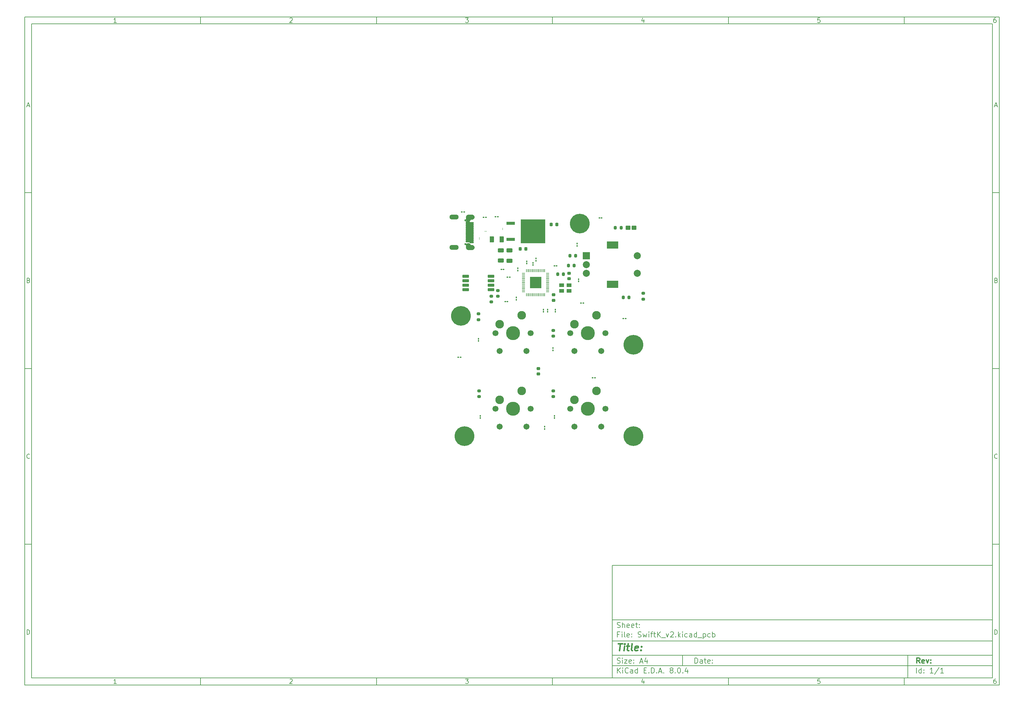
<source format=gbr>
%TF.GenerationSoftware,KiCad,Pcbnew,8.0.4*%
%TF.CreationDate,2024-11-11T17:23:57+08:00*%
%TF.ProjectId,SwiftK_v2,53776966-744b-45f7-9632-2e6b69636164,rev?*%
%TF.SameCoordinates,Original*%
%TF.FileFunction,Soldermask,Top*%
%TF.FilePolarity,Negative*%
%FSLAX46Y46*%
G04 Gerber Fmt 4.6, Leading zero omitted, Abs format (unit mm)*
G04 Created by KiCad (PCBNEW 8.0.4) date 2024-11-11 17:23:57*
%MOMM*%
%LPD*%
G01*
G04 APERTURE LIST*
G04 Aperture macros list*
%AMRoundRect*
0 Rectangle with rounded corners*
0 $1 Rounding radius*
0 $2 $3 $4 $5 $6 $7 $8 $9 X,Y pos of 4 corners*
0 Add a 4 corners polygon primitive as box body*
4,1,4,$2,$3,$4,$5,$6,$7,$8,$9,$2,$3,0*
0 Add four circle primitives for the rounded corners*
1,1,$1+$1,$2,$3*
1,1,$1+$1,$4,$5*
1,1,$1+$1,$6,$7*
1,1,$1+$1,$8,$9*
0 Add four rect primitives between the rounded corners*
20,1,$1+$1,$2,$3,$4,$5,0*
20,1,$1+$1,$4,$5,$6,$7,0*
20,1,$1+$1,$6,$7,$8,$9,0*
20,1,$1+$1,$8,$9,$2,$3,0*%
G04 Aperture macros list end*
%ADD10C,0.100000*%
%ADD11C,0.150000*%
%ADD12C,0.300000*%
%ADD13C,0.400000*%
%ADD14C,0.010000*%
%ADD15RoundRect,0.225000X-0.225000X-0.250000X0.225000X-0.250000X0.225000X0.250000X-0.225000X0.250000X0*%
%ADD16RoundRect,0.200000X0.200000X0.275000X-0.200000X0.275000X-0.200000X-0.275000X0.200000X-0.275000X0*%
%ADD17C,1.700000*%
%ADD18C,3.987800*%
%ADD19C,1.712000*%
%ADD20C,2.454000*%
%ADD21RoundRect,0.100000X-0.130000X-0.100000X0.130000X-0.100000X0.130000X0.100000X-0.130000X0.100000X0*%
%ADD22RoundRect,0.100000X0.130000X0.100000X-0.130000X0.100000X-0.130000X-0.100000X0.130000X-0.100000X0*%
%ADD23R,0.127000X0.228600*%
%ADD24RoundRect,0.050000X0.050000X-0.387500X0.050000X0.387500X-0.050000X0.387500X-0.050000X-0.387500X0*%
%ADD25RoundRect,0.050000X0.387500X-0.050000X0.387500X0.050000X-0.387500X0.050000X-0.387500X-0.050000X0*%
%ADD26R,3.200000X3.200000*%
%ADD27RoundRect,0.200000X0.275000X-0.200000X0.275000X0.200000X-0.275000X0.200000X-0.275000X-0.200000X0*%
%ADD28RoundRect,0.225000X0.225000X0.250000X-0.225000X0.250000X-0.225000X-0.250000X0.225000X-0.250000X0*%
%ADD29C,5.600000*%
%ADD30RoundRect,0.200000X-0.275000X0.200000X-0.275000X-0.200000X0.275000X-0.200000X0.275000X0.200000X0*%
%ADD31RoundRect,0.100000X-0.100000X0.130000X-0.100000X-0.130000X0.100000X-0.130000X0.100000X0.130000X0*%
%ADD32R,0.228600X0.127000*%
%ADD33RoundRect,0.100000X0.100000X-0.130000X0.100000X0.130000X-0.100000X0.130000X-0.100000X-0.130000X0*%
%ADD34RoundRect,0.098000X0.809000X0.294000X-0.809000X0.294000X-0.809000X-0.294000X0.809000X-0.294000X0*%
%ADD35R,1.400000X1.100000*%
%ADD36RoundRect,0.250000X-0.625000X0.312500X-0.625000X-0.312500X0.625000X-0.312500X0.625000X0.312500X0*%
%ADD37RoundRect,0.200000X-0.200000X-0.275000X0.200000X-0.275000X0.200000X0.275000X-0.200000X0.275000X0*%
%ADD38RoundRect,0.102000X0.550000X0.500000X-0.550000X0.500000X-0.550000X-0.500000X0.550000X-0.500000X0*%
%ADD39R,2.489200X0.939800*%
%ADD40R,6.934200X6.781800*%
%ADD41RoundRect,0.250000X-0.375000X-0.625000X0.375000X-0.625000X0.375000X0.625000X-0.375000X0.625000X0*%
%ADD42RoundRect,0.225000X0.250000X-0.225000X0.250000X0.225000X-0.250000X0.225000X-0.250000X-0.225000X0*%
%ADD43R,2.000000X2.000000*%
%ADD44C,2.000000*%
%ADD45R,3.200000X2.000000*%
%ADD46C,0.550000*%
%ADD47RoundRect,0.102000X-0.475000X0.150000X-0.475000X-0.150000X0.475000X-0.150000X0.475000X0.150000X0*%
%ADD48O,2.644000X1.344000*%
%ADD49RoundRect,0.225000X-0.250000X0.225000X-0.250000X-0.225000X0.250000X-0.225000X0.250000X0.225000X0*%
G04 APERTURE END LIST*
D10*
D11*
X177002200Y-166007200D02*
X285002200Y-166007200D01*
X285002200Y-198007200D01*
X177002200Y-198007200D01*
X177002200Y-166007200D01*
D10*
D11*
X10000000Y-10000000D02*
X287002200Y-10000000D01*
X287002200Y-200007200D01*
X10000000Y-200007200D01*
X10000000Y-10000000D01*
D10*
D11*
X12000000Y-12000000D02*
X285002200Y-12000000D01*
X285002200Y-198007200D01*
X12000000Y-198007200D01*
X12000000Y-12000000D01*
D10*
D11*
X60000000Y-12000000D02*
X60000000Y-10000000D01*
D10*
D11*
X110000000Y-12000000D02*
X110000000Y-10000000D01*
D10*
D11*
X160000000Y-12000000D02*
X160000000Y-10000000D01*
D10*
D11*
X210000000Y-12000000D02*
X210000000Y-10000000D01*
D10*
D11*
X260000000Y-12000000D02*
X260000000Y-10000000D01*
D10*
D11*
X36089160Y-11593604D02*
X35346303Y-11593604D01*
X35717731Y-11593604D02*
X35717731Y-10293604D01*
X35717731Y-10293604D02*
X35593922Y-10479319D01*
X35593922Y-10479319D02*
X35470112Y-10603128D01*
X35470112Y-10603128D02*
X35346303Y-10665033D01*
D10*
D11*
X85346303Y-10417414D02*
X85408207Y-10355509D01*
X85408207Y-10355509D02*
X85532017Y-10293604D01*
X85532017Y-10293604D02*
X85841541Y-10293604D01*
X85841541Y-10293604D02*
X85965350Y-10355509D01*
X85965350Y-10355509D02*
X86027255Y-10417414D01*
X86027255Y-10417414D02*
X86089160Y-10541223D01*
X86089160Y-10541223D02*
X86089160Y-10665033D01*
X86089160Y-10665033D02*
X86027255Y-10850747D01*
X86027255Y-10850747D02*
X85284398Y-11593604D01*
X85284398Y-11593604D02*
X86089160Y-11593604D01*
D10*
D11*
X135284398Y-10293604D02*
X136089160Y-10293604D01*
X136089160Y-10293604D02*
X135655826Y-10788842D01*
X135655826Y-10788842D02*
X135841541Y-10788842D01*
X135841541Y-10788842D02*
X135965350Y-10850747D01*
X135965350Y-10850747D02*
X136027255Y-10912652D01*
X136027255Y-10912652D02*
X136089160Y-11036461D01*
X136089160Y-11036461D02*
X136089160Y-11345985D01*
X136089160Y-11345985D02*
X136027255Y-11469795D01*
X136027255Y-11469795D02*
X135965350Y-11531700D01*
X135965350Y-11531700D02*
X135841541Y-11593604D01*
X135841541Y-11593604D02*
X135470112Y-11593604D01*
X135470112Y-11593604D02*
X135346303Y-11531700D01*
X135346303Y-11531700D02*
X135284398Y-11469795D01*
D10*
D11*
X185965350Y-10726938D02*
X185965350Y-11593604D01*
X185655826Y-10231700D02*
X185346303Y-11160271D01*
X185346303Y-11160271D02*
X186151064Y-11160271D01*
D10*
D11*
X236027255Y-10293604D02*
X235408207Y-10293604D01*
X235408207Y-10293604D02*
X235346303Y-10912652D01*
X235346303Y-10912652D02*
X235408207Y-10850747D01*
X235408207Y-10850747D02*
X235532017Y-10788842D01*
X235532017Y-10788842D02*
X235841541Y-10788842D01*
X235841541Y-10788842D02*
X235965350Y-10850747D01*
X235965350Y-10850747D02*
X236027255Y-10912652D01*
X236027255Y-10912652D02*
X236089160Y-11036461D01*
X236089160Y-11036461D02*
X236089160Y-11345985D01*
X236089160Y-11345985D02*
X236027255Y-11469795D01*
X236027255Y-11469795D02*
X235965350Y-11531700D01*
X235965350Y-11531700D02*
X235841541Y-11593604D01*
X235841541Y-11593604D02*
X235532017Y-11593604D01*
X235532017Y-11593604D02*
X235408207Y-11531700D01*
X235408207Y-11531700D02*
X235346303Y-11469795D01*
D10*
D11*
X285965350Y-10293604D02*
X285717731Y-10293604D01*
X285717731Y-10293604D02*
X285593922Y-10355509D01*
X285593922Y-10355509D02*
X285532017Y-10417414D01*
X285532017Y-10417414D02*
X285408207Y-10603128D01*
X285408207Y-10603128D02*
X285346303Y-10850747D01*
X285346303Y-10850747D02*
X285346303Y-11345985D01*
X285346303Y-11345985D02*
X285408207Y-11469795D01*
X285408207Y-11469795D02*
X285470112Y-11531700D01*
X285470112Y-11531700D02*
X285593922Y-11593604D01*
X285593922Y-11593604D02*
X285841541Y-11593604D01*
X285841541Y-11593604D02*
X285965350Y-11531700D01*
X285965350Y-11531700D02*
X286027255Y-11469795D01*
X286027255Y-11469795D02*
X286089160Y-11345985D01*
X286089160Y-11345985D02*
X286089160Y-11036461D01*
X286089160Y-11036461D02*
X286027255Y-10912652D01*
X286027255Y-10912652D02*
X285965350Y-10850747D01*
X285965350Y-10850747D02*
X285841541Y-10788842D01*
X285841541Y-10788842D02*
X285593922Y-10788842D01*
X285593922Y-10788842D02*
X285470112Y-10850747D01*
X285470112Y-10850747D02*
X285408207Y-10912652D01*
X285408207Y-10912652D02*
X285346303Y-11036461D01*
D10*
D11*
X60000000Y-198007200D02*
X60000000Y-200007200D01*
D10*
D11*
X110000000Y-198007200D02*
X110000000Y-200007200D01*
D10*
D11*
X160000000Y-198007200D02*
X160000000Y-200007200D01*
D10*
D11*
X210000000Y-198007200D02*
X210000000Y-200007200D01*
D10*
D11*
X260000000Y-198007200D02*
X260000000Y-200007200D01*
D10*
D11*
X36089160Y-199600804D02*
X35346303Y-199600804D01*
X35717731Y-199600804D02*
X35717731Y-198300804D01*
X35717731Y-198300804D02*
X35593922Y-198486519D01*
X35593922Y-198486519D02*
X35470112Y-198610328D01*
X35470112Y-198610328D02*
X35346303Y-198672233D01*
D10*
D11*
X85346303Y-198424614D02*
X85408207Y-198362709D01*
X85408207Y-198362709D02*
X85532017Y-198300804D01*
X85532017Y-198300804D02*
X85841541Y-198300804D01*
X85841541Y-198300804D02*
X85965350Y-198362709D01*
X85965350Y-198362709D02*
X86027255Y-198424614D01*
X86027255Y-198424614D02*
X86089160Y-198548423D01*
X86089160Y-198548423D02*
X86089160Y-198672233D01*
X86089160Y-198672233D02*
X86027255Y-198857947D01*
X86027255Y-198857947D02*
X85284398Y-199600804D01*
X85284398Y-199600804D02*
X86089160Y-199600804D01*
D10*
D11*
X135284398Y-198300804D02*
X136089160Y-198300804D01*
X136089160Y-198300804D02*
X135655826Y-198796042D01*
X135655826Y-198796042D02*
X135841541Y-198796042D01*
X135841541Y-198796042D02*
X135965350Y-198857947D01*
X135965350Y-198857947D02*
X136027255Y-198919852D01*
X136027255Y-198919852D02*
X136089160Y-199043661D01*
X136089160Y-199043661D02*
X136089160Y-199353185D01*
X136089160Y-199353185D02*
X136027255Y-199476995D01*
X136027255Y-199476995D02*
X135965350Y-199538900D01*
X135965350Y-199538900D02*
X135841541Y-199600804D01*
X135841541Y-199600804D02*
X135470112Y-199600804D01*
X135470112Y-199600804D02*
X135346303Y-199538900D01*
X135346303Y-199538900D02*
X135284398Y-199476995D01*
D10*
D11*
X185965350Y-198734138D02*
X185965350Y-199600804D01*
X185655826Y-198238900D02*
X185346303Y-199167471D01*
X185346303Y-199167471D02*
X186151064Y-199167471D01*
D10*
D11*
X236027255Y-198300804D02*
X235408207Y-198300804D01*
X235408207Y-198300804D02*
X235346303Y-198919852D01*
X235346303Y-198919852D02*
X235408207Y-198857947D01*
X235408207Y-198857947D02*
X235532017Y-198796042D01*
X235532017Y-198796042D02*
X235841541Y-198796042D01*
X235841541Y-198796042D02*
X235965350Y-198857947D01*
X235965350Y-198857947D02*
X236027255Y-198919852D01*
X236027255Y-198919852D02*
X236089160Y-199043661D01*
X236089160Y-199043661D02*
X236089160Y-199353185D01*
X236089160Y-199353185D02*
X236027255Y-199476995D01*
X236027255Y-199476995D02*
X235965350Y-199538900D01*
X235965350Y-199538900D02*
X235841541Y-199600804D01*
X235841541Y-199600804D02*
X235532017Y-199600804D01*
X235532017Y-199600804D02*
X235408207Y-199538900D01*
X235408207Y-199538900D02*
X235346303Y-199476995D01*
D10*
D11*
X285965350Y-198300804D02*
X285717731Y-198300804D01*
X285717731Y-198300804D02*
X285593922Y-198362709D01*
X285593922Y-198362709D02*
X285532017Y-198424614D01*
X285532017Y-198424614D02*
X285408207Y-198610328D01*
X285408207Y-198610328D02*
X285346303Y-198857947D01*
X285346303Y-198857947D02*
X285346303Y-199353185D01*
X285346303Y-199353185D02*
X285408207Y-199476995D01*
X285408207Y-199476995D02*
X285470112Y-199538900D01*
X285470112Y-199538900D02*
X285593922Y-199600804D01*
X285593922Y-199600804D02*
X285841541Y-199600804D01*
X285841541Y-199600804D02*
X285965350Y-199538900D01*
X285965350Y-199538900D02*
X286027255Y-199476995D01*
X286027255Y-199476995D02*
X286089160Y-199353185D01*
X286089160Y-199353185D02*
X286089160Y-199043661D01*
X286089160Y-199043661D02*
X286027255Y-198919852D01*
X286027255Y-198919852D02*
X285965350Y-198857947D01*
X285965350Y-198857947D02*
X285841541Y-198796042D01*
X285841541Y-198796042D02*
X285593922Y-198796042D01*
X285593922Y-198796042D02*
X285470112Y-198857947D01*
X285470112Y-198857947D02*
X285408207Y-198919852D01*
X285408207Y-198919852D02*
X285346303Y-199043661D01*
D10*
D11*
X10000000Y-60000000D02*
X12000000Y-60000000D01*
D10*
D11*
X10000000Y-110000000D02*
X12000000Y-110000000D01*
D10*
D11*
X10000000Y-160000000D02*
X12000000Y-160000000D01*
D10*
D11*
X10690476Y-35222176D02*
X11309523Y-35222176D01*
X10566666Y-35593604D02*
X10999999Y-34293604D01*
X10999999Y-34293604D02*
X11433333Y-35593604D01*
D10*
D11*
X11092857Y-84912652D02*
X11278571Y-84974557D01*
X11278571Y-84974557D02*
X11340476Y-85036461D01*
X11340476Y-85036461D02*
X11402380Y-85160271D01*
X11402380Y-85160271D02*
X11402380Y-85345985D01*
X11402380Y-85345985D02*
X11340476Y-85469795D01*
X11340476Y-85469795D02*
X11278571Y-85531700D01*
X11278571Y-85531700D02*
X11154761Y-85593604D01*
X11154761Y-85593604D02*
X10659523Y-85593604D01*
X10659523Y-85593604D02*
X10659523Y-84293604D01*
X10659523Y-84293604D02*
X11092857Y-84293604D01*
X11092857Y-84293604D02*
X11216666Y-84355509D01*
X11216666Y-84355509D02*
X11278571Y-84417414D01*
X11278571Y-84417414D02*
X11340476Y-84541223D01*
X11340476Y-84541223D02*
X11340476Y-84665033D01*
X11340476Y-84665033D02*
X11278571Y-84788842D01*
X11278571Y-84788842D02*
X11216666Y-84850747D01*
X11216666Y-84850747D02*
X11092857Y-84912652D01*
X11092857Y-84912652D02*
X10659523Y-84912652D01*
D10*
D11*
X11402380Y-135469795D02*
X11340476Y-135531700D01*
X11340476Y-135531700D02*
X11154761Y-135593604D01*
X11154761Y-135593604D02*
X11030952Y-135593604D01*
X11030952Y-135593604D02*
X10845238Y-135531700D01*
X10845238Y-135531700D02*
X10721428Y-135407890D01*
X10721428Y-135407890D02*
X10659523Y-135284080D01*
X10659523Y-135284080D02*
X10597619Y-135036461D01*
X10597619Y-135036461D02*
X10597619Y-134850747D01*
X10597619Y-134850747D02*
X10659523Y-134603128D01*
X10659523Y-134603128D02*
X10721428Y-134479319D01*
X10721428Y-134479319D02*
X10845238Y-134355509D01*
X10845238Y-134355509D02*
X11030952Y-134293604D01*
X11030952Y-134293604D02*
X11154761Y-134293604D01*
X11154761Y-134293604D02*
X11340476Y-134355509D01*
X11340476Y-134355509D02*
X11402380Y-134417414D01*
D10*
D11*
X10659523Y-185593604D02*
X10659523Y-184293604D01*
X10659523Y-184293604D02*
X10969047Y-184293604D01*
X10969047Y-184293604D02*
X11154761Y-184355509D01*
X11154761Y-184355509D02*
X11278571Y-184479319D01*
X11278571Y-184479319D02*
X11340476Y-184603128D01*
X11340476Y-184603128D02*
X11402380Y-184850747D01*
X11402380Y-184850747D02*
X11402380Y-185036461D01*
X11402380Y-185036461D02*
X11340476Y-185284080D01*
X11340476Y-185284080D02*
X11278571Y-185407890D01*
X11278571Y-185407890D02*
X11154761Y-185531700D01*
X11154761Y-185531700D02*
X10969047Y-185593604D01*
X10969047Y-185593604D02*
X10659523Y-185593604D01*
D10*
D11*
X287002200Y-60000000D02*
X285002200Y-60000000D01*
D10*
D11*
X287002200Y-110000000D02*
X285002200Y-110000000D01*
D10*
D11*
X287002200Y-160000000D02*
X285002200Y-160000000D01*
D10*
D11*
X285692676Y-35222176D02*
X286311723Y-35222176D01*
X285568866Y-35593604D02*
X286002199Y-34293604D01*
X286002199Y-34293604D02*
X286435533Y-35593604D01*
D10*
D11*
X286095057Y-84912652D02*
X286280771Y-84974557D01*
X286280771Y-84974557D02*
X286342676Y-85036461D01*
X286342676Y-85036461D02*
X286404580Y-85160271D01*
X286404580Y-85160271D02*
X286404580Y-85345985D01*
X286404580Y-85345985D02*
X286342676Y-85469795D01*
X286342676Y-85469795D02*
X286280771Y-85531700D01*
X286280771Y-85531700D02*
X286156961Y-85593604D01*
X286156961Y-85593604D02*
X285661723Y-85593604D01*
X285661723Y-85593604D02*
X285661723Y-84293604D01*
X285661723Y-84293604D02*
X286095057Y-84293604D01*
X286095057Y-84293604D02*
X286218866Y-84355509D01*
X286218866Y-84355509D02*
X286280771Y-84417414D01*
X286280771Y-84417414D02*
X286342676Y-84541223D01*
X286342676Y-84541223D02*
X286342676Y-84665033D01*
X286342676Y-84665033D02*
X286280771Y-84788842D01*
X286280771Y-84788842D02*
X286218866Y-84850747D01*
X286218866Y-84850747D02*
X286095057Y-84912652D01*
X286095057Y-84912652D02*
X285661723Y-84912652D01*
D10*
D11*
X286404580Y-135469795D02*
X286342676Y-135531700D01*
X286342676Y-135531700D02*
X286156961Y-135593604D01*
X286156961Y-135593604D02*
X286033152Y-135593604D01*
X286033152Y-135593604D02*
X285847438Y-135531700D01*
X285847438Y-135531700D02*
X285723628Y-135407890D01*
X285723628Y-135407890D02*
X285661723Y-135284080D01*
X285661723Y-135284080D02*
X285599819Y-135036461D01*
X285599819Y-135036461D02*
X285599819Y-134850747D01*
X285599819Y-134850747D02*
X285661723Y-134603128D01*
X285661723Y-134603128D02*
X285723628Y-134479319D01*
X285723628Y-134479319D02*
X285847438Y-134355509D01*
X285847438Y-134355509D02*
X286033152Y-134293604D01*
X286033152Y-134293604D02*
X286156961Y-134293604D01*
X286156961Y-134293604D02*
X286342676Y-134355509D01*
X286342676Y-134355509D02*
X286404580Y-134417414D01*
D10*
D11*
X285661723Y-185593604D02*
X285661723Y-184293604D01*
X285661723Y-184293604D02*
X285971247Y-184293604D01*
X285971247Y-184293604D02*
X286156961Y-184355509D01*
X286156961Y-184355509D02*
X286280771Y-184479319D01*
X286280771Y-184479319D02*
X286342676Y-184603128D01*
X286342676Y-184603128D02*
X286404580Y-184850747D01*
X286404580Y-184850747D02*
X286404580Y-185036461D01*
X286404580Y-185036461D02*
X286342676Y-185284080D01*
X286342676Y-185284080D02*
X286280771Y-185407890D01*
X286280771Y-185407890D02*
X286156961Y-185531700D01*
X286156961Y-185531700D02*
X285971247Y-185593604D01*
X285971247Y-185593604D02*
X285661723Y-185593604D01*
D10*
D11*
X200458026Y-193793328D02*
X200458026Y-192293328D01*
X200458026Y-192293328D02*
X200815169Y-192293328D01*
X200815169Y-192293328D02*
X201029455Y-192364757D01*
X201029455Y-192364757D02*
X201172312Y-192507614D01*
X201172312Y-192507614D02*
X201243741Y-192650471D01*
X201243741Y-192650471D02*
X201315169Y-192936185D01*
X201315169Y-192936185D02*
X201315169Y-193150471D01*
X201315169Y-193150471D02*
X201243741Y-193436185D01*
X201243741Y-193436185D02*
X201172312Y-193579042D01*
X201172312Y-193579042D02*
X201029455Y-193721900D01*
X201029455Y-193721900D02*
X200815169Y-193793328D01*
X200815169Y-193793328D02*
X200458026Y-193793328D01*
X202600884Y-193793328D02*
X202600884Y-193007614D01*
X202600884Y-193007614D02*
X202529455Y-192864757D01*
X202529455Y-192864757D02*
X202386598Y-192793328D01*
X202386598Y-192793328D02*
X202100884Y-192793328D01*
X202100884Y-192793328D02*
X201958026Y-192864757D01*
X202600884Y-193721900D02*
X202458026Y-193793328D01*
X202458026Y-193793328D02*
X202100884Y-193793328D01*
X202100884Y-193793328D02*
X201958026Y-193721900D01*
X201958026Y-193721900D02*
X201886598Y-193579042D01*
X201886598Y-193579042D02*
X201886598Y-193436185D01*
X201886598Y-193436185D02*
X201958026Y-193293328D01*
X201958026Y-193293328D02*
X202100884Y-193221900D01*
X202100884Y-193221900D02*
X202458026Y-193221900D01*
X202458026Y-193221900D02*
X202600884Y-193150471D01*
X203100884Y-192793328D02*
X203672312Y-192793328D01*
X203315169Y-192293328D02*
X203315169Y-193579042D01*
X203315169Y-193579042D02*
X203386598Y-193721900D01*
X203386598Y-193721900D02*
X203529455Y-193793328D01*
X203529455Y-193793328D02*
X203672312Y-193793328D01*
X204743741Y-193721900D02*
X204600884Y-193793328D01*
X204600884Y-193793328D02*
X204315170Y-193793328D01*
X204315170Y-193793328D02*
X204172312Y-193721900D01*
X204172312Y-193721900D02*
X204100884Y-193579042D01*
X204100884Y-193579042D02*
X204100884Y-193007614D01*
X204100884Y-193007614D02*
X204172312Y-192864757D01*
X204172312Y-192864757D02*
X204315170Y-192793328D01*
X204315170Y-192793328D02*
X204600884Y-192793328D01*
X204600884Y-192793328D02*
X204743741Y-192864757D01*
X204743741Y-192864757D02*
X204815170Y-193007614D01*
X204815170Y-193007614D02*
X204815170Y-193150471D01*
X204815170Y-193150471D02*
X204100884Y-193293328D01*
X205458026Y-193650471D02*
X205529455Y-193721900D01*
X205529455Y-193721900D02*
X205458026Y-193793328D01*
X205458026Y-193793328D02*
X205386598Y-193721900D01*
X205386598Y-193721900D02*
X205458026Y-193650471D01*
X205458026Y-193650471D02*
X205458026Y-193793328D01*
X205458026Y-192864757D02*
X205529455Y-192936185D01*
X205529455Y-192936185D02*
X205458026Y-193007614D01*
X205458026Y-193007614D02*
X205386598Y-192936185D01*
X205386598Y-192936185D02*
X205458026Y-192864757D01*
X205458026Y-192864757D02*
X205458026Y-193007614D01*
D10*
D11*
X177002200Y-194507200D02*
X285002200Y-194507200D01*
D10*
D11*
X178458026Y-196593328D02*
X178458026Y-195093328D01*
X179315169Y-196593328D02*
X178672312Y-195736185D01*
X179315169Y-195093328D02*
X178458026Y-195950471D01*
X179958026Y-196593328D02*
X179958026Y-195593328D01*
X179958026Y-195093328D02*
X179886598Y-195164757D01*
X179886598Y-195164757D02*
X179958026Y-195236185D01*
X179958026Y-195236185D02*
X180029455Y-195164757D01*
X180029455Y-195164757D02*
X179958026Y-195093328D01*
X179958026Y-195093328D02*
X179958026Y-195236185D01*
X181529455Y-196450471D02*
X181458027Y-196521900D01*
X181458027Y-196521900D02*
X181243741Y-196593328D01*
X181243741Y-196593328D02*
X181100884Y-196593328D01*
X181100884Y-196593328D02*
X180886598Y-196521900D01*
X180886598Y-196521900D02*
X180743741Y-196379042D01*
X180743741Y-196379042D02*
X180672312Y-196236185D01*
X180672312Y-196236185D02*
X180600884Y-195950471D01*
X180600884Y-195950471D02*
X180600884Y-195736185D01*
X180600884Y-195736185D02*
X180672312Y-195450471D01*
X180672312Y-195450471D02*
X180743741Y-195307614D01*
X180743741Y-195307614D02*
X180886598Y-195164757D01*
X180886598Y-195164757D02*
X181100884Y-195093328D01*
X181100884Y-195093328D02*
X181243741Y-195093328D01*
X181243741Y-195093328D02*
X181458027Y-195164757D01*
X181458027Y-195164757D02*
X181529455Y-195236185D01*
X182815170Y-196593328D02*
X182815170Y-195807614D01*
X182815170Y-195807614D02*
X182743741Y-195664757D01*
X182743741Y-195664757D02*
X182600884Y-195593328D01*
X182600884Y-195593328D02*
X182315170Y-195593328D01*
X182315170Y-195593328D02*
X182172312Y-195664757D01*
X182815170Y-196521900D02*
X182672312Y-196593328D01*
X182672312Y-196593328D02*
X182315170Y-196593328D01*
X182315170Y-196593328D02*
X182172312Y-196521900D01*
X182172312Y-196521900D02*
X182100884Y-196379042D01*
X182100884Y-196379042D02*
X182100884Y-196236185D01*
X182100884Y-196236185D02*
X182172312Y-196093328D01*
X182172312Y-196093328D02*
X182315170Y-196021900D01*
X182315170Y-196021900D02*
X182672312Y-196021900D01*
X182672312Y-196021900D02*
X182815170Y-195950471D01*
X184172313Y-196593328D02*
X184172313Y-195093328D01*
X184172313Y-196521900D02*
X184029455Y-196593328D01*
X184029455Y-196593328D02*
X183743741Y-196593328D01*
X183743741Y-196593328D02*
X183600884Y-196521900D01*
X183600884Y-196521900D02*
X183529455Y-196450471D01*
X183529455Y-196450471D02*
X183458027Y-196307614D01*
X183458027Y-196307614D02*
X183458027Y-195879042D01*
X183458027Y-195879042D02*
X183529455Y-195736185D01*
X183529455Y-195736185D02*
X183600884Y-195664757D01*
X183600884Y-195664757D02*
X183743741Y-195593328D01*
X183743741Y-195593328D02*
X184029455Y-195593328D01*
X184029455Y-195593328D02*
X184172313Y-195664757D01*
X186029455Y-195807614D02*
X186529455Y-195807614D01*
X186743741Y-196593328D02*
X186029455Y-196593328D01*
X186029455Y-196593328D02*
X186029455Y-195093328D01*
X186029455Y-195093328D02*
X186743741Y-195093328D01*
X187386598Y-196450471D02*
X187458027Y-196521900D01*
X187458027Y-196521900D02*
X187386598Y-196593328D01*
X187386598Y-196593328D02*
X187315170Y-196521900D01*
X187315170Y-196521900D02*
X187386598Y-196450471D01*
X187386598Y-196450471D02*
X187386598Y-196593328D01*
X188100884Y-196593328D02*
X188100884Y-195093328D01*
X188100884Y-195093328D02*
X188458027Y-195093328D01*
X188458027Y-195093328D02*
X188672313Y-195164757D01*
X188672313Y-195164757D02*
X188815170Y-195307614D01*
X188815170Y-195307614D02*
X188886599Y-195450471D01*
X188886599Y-195450471D02*
X188958027Y-195736185D01*
X188958027Y-195736185D02*
X188958027Y-195950471D01*
X188958027Y-195950471D02*
X188886599Y-196236185D01*
X188886599Y-196236185D02*
X188815170Y-196379042D01*
X188815170Y-196379042D02*
X188672313Y-196521900D01*
X188672313Y-196521900D02*
X188458027Y-196593328D01*
X188458027Y-196593328D02*
X188100884Y-196593328D01*
X189600884Y-196450471D02*
X189672313Y-196521900D01*
X189672313Y-196521900D02*
X189600884Y-196593328D01*
X189600884Y-196593328D02*
X189529456Y-196521900D01*
X189529456Y-196521900D02*
X189600884Y-196450471D01*
X189600884Y-196450471D02*
X189600884Y-196593328D01*
X190243742Y-196164757D02*
X190958028Y-196164757D01*
X190100885Y-196593328D02*
X190600885Y-195093328D01*
X190600885Y-195093328D02*
X191100885Y-196593328D01*
X191600884Y-196450471D02*
X191672313Y-196521900D01*
X191672313Y-196521900D02*
X191600884Y-196593328D01*
X191600884Y-196593328D02*
X191529456Y-196521900D01*
X191529456Y-196521900D02*
X191600884Y-196450471D01*
X191600884Y-196450471D02*
X191600884Y-196593328D01*
X193672313Y-195736185D02*
X193529456Y-195664757D01*
X193529456Y-195664757D02*
X193458027Y-195593328D01*
X193458027Y-195593328D02*
X193386599Y-195450471D01*
X193386599Y-195450471D02*
X193386599Y-195379042D01*
X193386599Y-195379042D02*
X193458027Y-195236185D01*
X193458027Y-195236185D02*
X193529456Y-195164757D01*
X193529456Y-195164757D02*
X193672313Y-195093328D01*
X193672313Y-195093328D02*
X193958027Y-195093328D01*
X193958027Y-195093328D02*
X194100885Y-195164757D01*
X194100885Y-195164757D02*
X194172313Y-195236185D01*
X194172313Y-195236185D02*
X194243742Y-195379042D01*
X194243742Y-195379042D02*
X194243742Y-195450471D01*
X194243742Y-195450471D02*
X194172313Y-195593328D01*
X194172313Y-195593328D02*
X194100885Y-195664757D01*
X194100885Y-195664757D02*
X193958027Y-195736185D01*
X193958027Y-195736185D02*
X193672313Y-195736185D01*
X193672313Y-195736185D02*
X193529456Y-195807614D01*
X193529456Y-195807614D02*
X193458027Y-195879042D01*
X193458027Y-195879042D02*
X193386599Y-196021900D01*
X193386599Y-196021900D02*
X193386599Y-196307614D01*
X193386599Y-196307614D02*
X193458027Y-196450471D01*
X193458027Y-196450471D02*
X193529456Y-196521900D01*
X193529456Y-196521900D02*
X193672313Y-196593328D01*
X193672313Y-196593328D02*
X193958027Y-196593328D01*
X193958027Y-196593328D02*
X194100885Y-196521900D01*
X194100885Y-196521900D02*
X194172313Y-196450471D01*
X194172313Y-196450471D02*
X194243742Y-196307614D01*
X194243742Y-196307614D02*
X194243742Y-196021900D01*
X194243742Y-196021900D02*
X194172313Y-195879042D01*
X194172313Y-195879042D02*
X194100885Y-195807614D01*
X194100885Y-195807614D02*
X193958027Y-195736185D01*
X194886598Y-196450471D02*
X194958027Y-196521900D01*
X194958027Y-196521900D02*
X194886598Y-196593328D01*
X194886598Y-196593328D02*
X194815170Y-196521900D01*
X194815170Y-196521900D02*
X194886598Y-196450471D01*
X194886598Y-196450471D02*
X194886598Y-196593328D01*
X195886599Y-195093328D02*
X196029456Y-195093328D01*
X196029456Y-195093328D02*
X196172313Y-195164757D01*
X196172313Y-195164757D02*
X196243742Y-195236185D01*
X196243742Y-195236185D02*
X196315170Y-195379042D01*
X196315170Y-195379042D02*
X196386599Y-195664757D01*
X196386599Y-195664757D02*
X196386599Y-196021900D01*
X196386599Y-196021900D02*
X196315170Y-196307614D01*
X196315170Y-196307614D02*
X196243742Y-196450471D01*
X196243742Y-196450471D02*
X196172313Y-196521900D01*
X196172313Y-196521900D02*
X196029456Y-196593328D01*
X196029456Y-196593328D02*
X195886599Y-196593328D01*
X195886599Y-196593328D02*
X195743742Y-196521900D01*
X195743742Y-196521900D02*
X195672313Y-196450471D01*
X195672313Y-196450471D02*
X195600884Y-196307614D01*
X195600884Y-196307614D02*
X195529456Y-196021900D01*
X195529456Y-196021900D02*
X195529456Y-195664757D01*
X195529456Y-195664757D02*
X195600884Y-195379042D01*
X195600884Y-195379042D02*
X195672313Y-195236185D01*
X195672313Y-195236185D02*
X195743742Y-195164757D01*
X195743742Y-195164757D02*
X195886599Y-195093328D01*
X197029455Y-196450471D02*
X197100884Y-196521900D01*
X197100884Y-196521900D02*
X197029455Y-196593328D01*
X197029455Y-196593328D02*
X196958027Y-196521900D01*
X196958027Y-196521900D02*
X197029455Y-196450471D01*
X197029455Y-196450471D02*
X197029455Y-196593328D01*
X198386599Y-195593328D02*
X198386599Y-196593328D01*
X198029456Y-195021900D02*
X197672313Y-196093328D01*
X197672313Y-196093328D02*
X198600884Y-196093328D01*
D10*
D11*
X177002200Y-191507200D02*
X285002200Y-191507200D01*
D10*
D12*
X264413853Y-193785528D02*
X263913853Y-193071242D01*
X263556710Y-193785528D02*
X263556710Y-192285528D01*
X263556710Y-192285528D02*
X264128139Y-192285528D01*
X264128139Y-192285528D02*
X264270996Y-192356957D01*
X264270996Y-192356957D02*
X264342425Y-192428385D01*
X264342425Y-192428385D02*
X264413853Y-192571242D01*
X264413853Y-192571242D02*
X264413853Y-192785528D01*
X264413853Y-192785528D02*
X264342425Y-192928385D01*
X264342425Y-192928385D02*
X264270996Y-192999814D01*
X264270996Y-192999814D02*
X264128139Y-193071242D01*
X264128139Y-193071242D02*
X263556710Y-193071242D01*
X265628139Y-193714100D02*
X265485282Y-193785528D01*
X265485282Y-193785528D02*
X265199568Y-193785528D01*
X265199568Y-193785528D02*
X265056710Y-193714100D01*
X265056710Y-193714100D02*
X264985282Y-193571242D01*
X264985282Y-193571242D02*
X264985282Y-192999814D01*
X264985282Y-192999814D02*
X265056710Y-192856957D01*
X265056710Y-192856957D02*
X265199568Y-192785528D01*
X265199568Y-192785528D02*
X265485282Y-192785528D01*
X265485282Y-192785528D02*
X265628139Y-192856957D01*
X265628139Y-192856957D02*
X265699568Y-192999814D01*
X265699568Y-192999814D02*
X265699568Y-193142671D01*
X265699568Y-193142671D02*
X264985282Y-193285528D01*
X266199567Y-192785528D02*
X266556710Y-193785528D01*
X266556710Y-193785528D02*
X266913853Y-192785528D01*
X267485281Y-193642671D02*
X267556710Y-193714100D01*
X267556710Y-193714100D02*
X267485281Y-193785528D01*
X267485281Y-193785528D02*
X267413853Y-193714100D01*
X267413853Y-193714100D02*
X267485281Y-193642671D01*
X267485281Y-193642671D02*
X267485281Y-193785528D01*
X267485281Y-192856957D02*
X267556710Y-192928385D01*
X267556710Y-192928385D02*
X267485281Y-192999814D01*
X267485281Y-192999814D02*
X267413853Y-192928385D01*
X267413853Y-192928385D02*
X267485281Y-192856957D01*
X267485281Y-192856957D02*
X267485281Y-192999814D01*
D10*
D11*
X178386598Y-193721900D02*
X178600884Y-193793328D01*
X178600884Y-193793328D02*
X178958026Y-193793328D01*
X178958026Y-193793328D02*
X179100884Y-193721900D01*
X179100884Y-193721900D02*
X179172312Y-193650471D01*
X179172312Y-193650471D02*
X179243741Y-193507614D01*
X179243741Y-193507614D02*
X179243741Y-193364757D01*
X179243741Y-193364757D02*
X179172312Y-193221900D01*
X179172312Y-193221900D02*
X179100884Y-193150471D01*
X179100884Y-193150471D02*
X178958026Y-193079042D01*
X178958026Y-193079042D02*
X178672312Y-193007614D01*
X178672312Y-193007614D02*
X178529455Y-192936185D01*
X178529455Y-192936185D02*
X178458026Y-192864757D01*
X178458026Y-192864757D02*
X178386598Y-192721900D01*
X178386598Y-192721900D02*
X178386598Y-192579042D01*
X178386598Y-192579042D02*
X178458026Y-192436185D01*
X178458026Y-192436185D02*
X178529455Y-192364757D01*
X178529455Y-192364757D02*
X178672312Y-192293328D01*
X178672312Y-192293328D02*
X179029455Y-192293328D01*
X179029455Y-192293328D02*
X179243741Y-192364757D01*
X179886597Y-193793328D02*
X179886597Y-192793328D01*
X179886597Y-192293328D02*
X179815169Y-192364757D01*
X179815169Y-192364757D02*
X179886597Y-192436185D01*
X179886597Y-192436185D02*
X179958026Y-192364757D01*
X179958026Y-192364757D02*
X179886597Y-192293328D01*
X179886597Y-192293328D02*
X179886597Y-192436185D01*
X180458026Y-192793328D02*
X181243741Y-192793328D01*
X181243741Y-192793328D02*
X180458026Y-193793328D01*
X180458026Y-193793328D02*
X181243741Y-193793328D01*
X182386598Y-193721900D02*
X182243741Y-193793328D01*
X182243741Y-193793328D02*
X181958027Y-193793328D01*
X181958027Y-193793328D02*
X181815169Y-193721900D01*
X181815169Y-193721900D02*
X181743741Y-193579042D01*
X181743741Y-193579042D02*
X181743741Y-193007614D01*
X181743741Y-193007614D02*
X181815169Y-192864757D01*
X181815169Y-192864757D02*
X181958027Y-192793328D01*
X181958027Y-192793328D02*
X182243741Y-192793328D01*
X182243741Y-192793328D02*
X182386598Y-192864757D01*
X182386598Y-192864757D02*
X182458027Y-193007614D01*
X182458027Y-193007614D02*
X182458027Y-193150471D01*
X182458027Y-193150471D02*
X181743741Y-193293328D01*
X183100883Y-193650471D02*
X183172312Y-193721900D01*
X183172312Y-193721900D02*
X183100883Y-193793328D01*
X183100883Y-193793328D02*
X183029455Y-193721900D01*
X183029455Y-193721900D02*
X183100883Y-193650471D01*
X183100883Y-193650471D02*
X183100883Y-193793328D01*
X183100883Y-192864757D02*
X183172312Y-192936185D01*
X183172312Y-192936185D02*
X183100883Y-193007614D01*
X183100883Y-193007614D02*
X183029455Y-192936185D01*
X183029455Y-192936185D02*
X183100883Y-192864757D01*
X183100883Y-192864757D02*
X183100883Y-193007614D01*
X184886598Y-193364757D02*
X185600884Y-193364757D01*
X184743741Y-193793328D02*
X185243741Y-192293328D01*
X185243741Y-192293328D02*
X185743741Y-193793328D01*
X186886598Y-192793328D02*
X186886598Y-193793328D01*
X186529455Y-192221900D02*
X186172312Y-193293328D01*
X186172312Y-193293328D02*
X187100883Y-193293328D01*
D10*
D11*
X263458026Y-196593328D02*
X263458026Y-195093328D01*
X264815170Y-196593328D02*
X264815170Y-195093328D01*
X264815170Y-196521900D02*
X264672312Y-196593328D01*
X264672312Y-196593328D02*
X264386598Y-196593328D01*
X264386598Y-196593328D02*
X264243741Y-196521900D01*
X264243741Y-196521900D02*
X264172312Y-196450471D01*
X264172312Y-196450471D02*
X264100884Y-196307614D01*
X264100884Y-196307614D02*
X264100884Y-195879042D01*
X264100884Y-195879042D02*
X264172312Y-195736185D01*
X264172312Y-195736185D02*
X264243741Y-195664757D01*
X264243741Y-195664757D02*
X264386598Y-195593328D01*
X264386598Y-195593328D02*
X264672312Y-195593328D01*
X264672312Y-195593328D02*
X264815170Y-195664757D01*
X265529455Y-196450471D02*
X265600884Y-196521900D01*
X265600884Y-196521900D02*
X265529455Y-196593328D01*
X265529455Y-196593328D02*
X265458027Y-196521900D01*
X265458027Y-196521900D02*
X265529455Y-196450471D01*
X265529455Y-196450471D02*
X265529455Y-196593328D01*
X265529455Y-195664757D02*
X265600884Y-195736185D01*
X265600884Y-195736185D02*
X265529455Y-195807614D01*
X265529455Y-195807614D02*
X265458027Y-195736185D01*
X265458027Y-195736185D02*
X265529455Y-195664757D01*
X265529455Y-195664757D02*
X265529455Y-195807614D01*
X268172313Y-196593328D02*
X267315170Y-196593328D01*
X267743741Y-196593328D02*
X267743741Y-195093328D01*
X267743741Y-195093328D02*
X267600884Y-195307614D01*
X267600884Y-195307614D02*
X267458027Y-195450471D01*
X267458027Y-195450471D02*
X267315170Y-195521900D01*
X269886598Y-195021900D02*
X268600884Y-196950471D01*
X271172313Y-196593328D02*
X270315170Y-196593328D01*
X270743741Y-196593328D02*
X270743741Y-195093328D01*
X270743741Y-195093328D02*
X270600884Y-195307614D01*
X270600884Y-195307614D02*
X270458027Y-195450471D01*
X270458027Y-195450471D02*
X270315170Y-195521900D01*
D10*
D11*
X177002200Y-187507200D02*
X285002200Y-187507200D01*
D10*
D13*
X178693928Y-188211638D02*
X179836785Y-188211638D01*
X179015357Y-190211638D02*
X179265357Y-188211638D01*
X180253452Y-190211638D02*
X180420119Y-188878304D01*
X180503452Y-188211638D02*
X180396309Y-188306876D01*
X180396309Y-188306876D02*
X180479643Y-188402114D01*
X180479643Y-188402114D02*
X180586786Y-188306876D01*
X180586786Y-188306876D02*
X180503452Y-188211638D01*
X180503452Y-188211638D02*
X180479643Y-188402114D01*
X181086786Y-188878304D02*
X181848690Y-188878304D01*
X181455833Y-188211638D02*
X181241548Y-189925923D01*
X181241548Y-189925923D02*
X181312976Y-190116400D01*
X181312976Y-190116400D02*
X181491548Y-190211638D01*
X181491548Y-190211638D02*
X181682024Y-190211638D01*
X182634405Y-190211638D02*
X182455833Y-190116400D01*
X182455833Y-190116400D02*
X182384405Y-189925923D01*
X182384405Y-189925923D02*
X182598690Y-188211638D01*
X184170119Y-190116400D02*
X183967738Y-190211638D01*
X183967738Y-190211638D02*
X183586785Y-190211638D01*
X183586785Y-190211638D02*
X183408214Y-190116400D01*
X183408214Y-190116400D02*
X183336785Y-189925923D01*
X183336785Y-189925923D02*
X183432024Y-189164019D01*
X183432024Y-189164019D02*
X183551071Y-188973542D01*
X183551071Y-188973542D02*
X183753452Y-188878304D01*
X183753452Y-188878304D02*
X184134404Y-188878304D01*
X184134404Y-188878304D02*
X184312976Y-188973542D01*
X184312976Y-188973542D02*
X184384404Y-189164019D01*
X184384404Y-189164019D02*
X184360595Y-189354495D01*
X184360595Y-189354495D02*
X183384404Y-189544971D01*
X185134405Y-190021161D02*
X185217738Y-190116400D01*
X185217738Y-190116400D02*
X185110595Y-190211638D01*
X185110595Y-190211638D02*
X185027262Y-190116400D01*
X185027262Y-190116400D02*
X185134405Y-190021161D01*
X185134405Y-190021161D02*
X185110595Y-190211638D01*
X185265357Y-188973542D02*
X185348690Y-189068780D01*
X185348690Y-189068780D02*
X185241548Y-189164019D01*
X185241548Y-189164019D02*
X185158214Y-189068780D01*
X185158214Y-189068780D02*
X185265357Y-188973542D01*
X185265357Y-188973542D02*
X185241548Y-189164019D01*
D10*
D11*
X178958026Y-185607614D02*
X178458026Y-185607614D01*
X178458026Y-186393328D02*
X178458026Y-184893328D01*
X178458026Y-184893328D02*
X179172312Y-184893328D01*
X179743740Y-186393328D02*
X179743740Y-185393328D01*
X179743740Y-184893328D02*
X179672312Y-184964757D01*
X179672312Y-184964757D02*
X179743740Y-185036185D01*
X179743740Y-185036185D02*
X179815169Y-184964757D01*
X179815169Y-184964757D02*
X179743740Y-184893328D01*
X179743740Y-184893328D02*
X179743740Y-185036185D01*
X180672312Y-186393328D02*
X180529455Y-186321900D01*
X180529455Y-186321900D02*
X180458026Y-186179042D01*
X180458026Y-186179042D02*
X180458026Y-184893328D01*
X181815169Y-186321900D02*
X181672312Y-186393328D01*
X181672312Y-186393328D02*
X181386598Y-186393328D01*
X181386598Y-186393328D02*
X181243740Y-186321900D01*
X181243740Y-186321900D02*
X181172312Y-186179042D01*
X181172312Y-186179042D02*
X181172312Y-185607614D01*
X181172312Y-185607614D02*
X181243740Y-185464757D01*
X181243740Y-185464757D02*
X181386598Y-185393328D01*
X181386598Y-185393328D02*
X181672312Y-185393328D01*
X181672312Y-185393328D02*
X181815169Y-185464757D01*
X181815169Y-185464757D02*
X181886598Y-185607614D01*
X181886598Y-185607614D02*
X181886598Y-185750471D01*
X181886598Y-185750471D02*
X181172312Y-185893328D01*
X182529454Y-186250471D02*
X182600883Y-186321900D01*
X182600883Y-186321900D02*
X182529454Y-186393328D01*
X182529454Y-186393328D02*
X182458026Y-186321900D01*
X182458026Y-186321900D02*
X182529454Y-186250471D01*
X182529454Y-186250471D02*
X182529454Y-186393328D01*
X182529454Y-185464757D02*
X182600883Y-185536185D01*
X182600883Y-185536185D02*
X182529454Y-185607614D01*
X182529454Y-185607614D02*
X182458026Y-185536185D01*
X182458026Y-185536185D02*
X182529454Y-185464757D01*
X182529454Y-185464757D02*
X182529454Y-185607614D01*
X184315169Y-186321900D02*
X184529455Y-186393328D01*
X184529455Y-186393328D02*
X184886597Y-186393328D01*
X184886597Y-186393328D02*
X185029455Y-186321900D01*
X185029455Y-186321900D02*
X185100883Y-186250471D01*
X185100883Y-186250471D02*
X185172312Y-186107614D01*
X185172312Y-186107614D02*
X185172312Y-185964757D01*
X185172312Y-185964757D02*
X185100883Y-185821900D01*
X185100883Y-185821900D02*
X185029455Y-185750471D01*
X185029455Y-185750471D02*
X184886597Y-185679042D01*
X184886597Y-185679042D02*
X184600883Y-185607614D01*
X184600883Y-185607614D02*
X184458026Y-185536185D01*
X184458026Y-185536185D02*
X184386597Y-185464757D01*
X184386597Y-185464757D02*
X184315169Y-185321900D01*
X184315169Y-185321900D02*
X184315169Y-185179042D01*
X184315169Y-185179042D02*
X184386597Y-185036185D01*
X184386597Y-185036185D02*
X184458026Y-184964757D01*
X184458026Y-184964757D02*
X184600883Y-184893328D01*
X184600883Y-184893328D02*
X184958026Y-184893328D01*
X184958026Y-184893328D02*
X185172312Y-184964757D01*
X185672311Y-185393328D02*
X185958026Y-186393328D01*
X185958026Y-186393328D02*
X186243740Y-185679042D01*
X186243740Y-185679042D02*
X186529454Y-186393328D01*
X186529454Y-186393328D02*
X186815168Y-185393328D01*
X187386597Y-186393328D02*
X187386597Y-185393328D01*
X187386597Y-184893328D02*
X187315169Y-184964757D01*
X187315169Y-184964757D02*
X187386597Y-185036185D01*
X187386597Y-185036185D02*
X187458026Y-184964757D01*
X187458026Y-184964757D02*
X187386597Y-184893328D01*
X187386597Y-184893328D02*
X187386597Y-185036185D01*
X187886598Y-185393328D02*
X188458026Y-185393328D01*
X188100883Y-186393328D02*
X188100883Y-185107614D01*
X188100883Y-185107614D02*
X188172312Y-184964757D01*
X188172312Y-184964757D02*
X188315169Y-184893328D01*
X188315169Y-184893328D02*
X188458026Y-184893328D01*
X188743741Y-185393328D02*
X189315169Y-185393328D01*
X188958026Y-184893328D02*
X188958026Y-186179042D01*
X188958026Y-186179042D02*
X189029455Y-186321900D01*
X189029455Y-186321900D02*
X189172312Y-186393328D01*
X189172312Y-186393328D02*
X189315169Y-186393328D01*
X189815169Y-186393328D02*
X189815169Y-184893328D01*
X190672312Y-186393328D02*
X190029455Y-185536185D01*
X190672312Y-184893328D02*
X189815169Y-185750471D01*
X190958027Y-186536185D02*
X192100884Y-186536185D01*
X192315169Y-185393328D02*
X192672312Y-186393328D01*
X192672312Y-186393328D02*
X193029455Y-185393328D01*
X193529455Y-185036185D02*
X193600883Y-184964757D01*
X193600883Y-184964757D02*
X193743741Y-184893328D01*
X193743741Y-184893328D02*
X194100883Y-184893328D01*
X194100883Y-184893328D02*
X194243741Y-184964757D01*
X194243741Y-184964757D02*
X194315169Y-185036185D01*
X194315169Y-185036185D02*
X194386598Y-185179042D01*
X194386598Y-185179042D02*
X194386598Y-185321900D01*
X194386598Y-185321900D02*
X194315169Y-185536185D01*
X194315169Y-185536185D02*
X193458026Y-186393328D01*
X193458026Y-186393328D02*
X194386598Y-186393328D01*
X195029454Y-186250471D02*
X195100883Y-186321900D01*
X195100883Y-186321900D02*
X195029454Y-186393328D01*
X195029454Y-186393328D02*
X194958026Y-186321900D01*
X194958026Y-186321900D02*
X195029454Y-186250471D01*
X195029454Y-186250471D02*
X195029454Y-186393328D01*
X195743740Y-186393328D02*
X195743740Y-184893328D01*
X195886598Y-185821900D02*
X196315169Y-186393328D01*
X196315169Y-185393328D02*
X195743740Y-185964757D01*
X196958026Y-186393328D02*
X196958026Y-185393328D01*
X196958026Y-184893328D02*
X196886598Y-184964757D01*
X196886598Y-184964757D02*
X196958026Y-185036185D01*
X196958026Y-185036185D02*
X197029455Y-184964757D01*
X197029455Y-184964757D02*
X196958026Y-184893328D01*
X196958026Y-184893328D02*
X196958026Y-185036185D01*
X198315170Y-186321900D02*
X198172312Y-186393328D01*
X198172312Y-186393328D02*
X197886598Y-186393328D01*
X197886598Y-186393328D02*
X197743741Y-186321900D01*
X197743741Y-186321900D02*
X197672312Y-186250471D01*
X197672312Y-186250471D02*
X197600884Y-186107614D01*
X197600884Y-186107614D02*
X197600884Y-185679042D01*
X197600884Y-185679042D02*
X197672312Y-185536185D01*
X197672312Y-185536185D02*
X197743741Y-185464757D01*
X197743741Y-185464757D02*
X197886598Y-185393328D01*
X197886598Y-185393328D02*
X198172312Y-185393328D01*
X198172312Y-185393328D02*
X198315170Y-185464757D01*
X199600884Y-186393328D02*
X199600884Y-185607614D01*
X199600884Y-185607614D02*
X199529455Y-185464757D01*
X199529455Y-185464757D02*
X199386598Y-185393328D01*
X199386598Y-185393328D02*
X199100884Y-185393328D01*
X199100884Y-185393328D02*
X198958026Y-185464757D01*
X199600884Y-186321900D02*
X199458026Y-186393328D01*
X199458026Y-186393328D02*
X199100884Y-186393328D01*
X199100884Y-186393328D02*
X198958026Y-186321900D01*
X198958026Y-186321900D02*
X198886598Y-186179042D01*
X198886598Y-186179042D02*
X198886598Y-186036185D01*
X198886598Y-186036185D02*
X198958026Y-185893328D01*
X198958026Y-185893328D02*
X199100884Y-185821900D01*
X199100884Y-185821900D02*
X199458026Y-185821900D01*
X199458026Y-185821900D02*
X199600884Y-185750471D01*
X200958027Y-186393328D02*
X200958027Y-184893328D01*
X200958027Y-186321900D02*
X200815169Y-186393328D01*
X200815169Y-186393328D02*
X200529455Y-186393328D01*
X200529455Y-186393328D02*
X200386598Y-186321900D01*
X200386598Y-186321900D02*
X200315169Y-186250471D01*
X200315169Y-186250471D02*
X200243741Y-186107614D01*
X200243741Y-186107614D02*
X200243741Y-185679042D01*
X200243741Y-185679042D02*
X200315169Y-185536185D01*
X200315169Y-185536185D02*
X200386598Y-185464757D01*
X200386598Y-185464757D02*
X200529455Y-185393328D01*
X200529455Y-185393328D02*
X200815169Y-185393328D01*
X200815169Y-185393328D02*
X200958027Y-185464757D01*
X201315170Y-186536185D02*
X202458027Y-186536185D01*
X202815169Y-185393328D02*
X202815169Y-186893328D01*
X202815169Y-185464757D02*
X202958027Y-185393328D01*
X202958027Y-185393328D02*
X203243741Y-185393328D01*
X203243741Y-185393328D02*
X203386598Y-185464757D01*
X203386598Y-185464757D02*
X203458027Y-185536185D01*
X203458027Y-185536185D02*
X203529455Y-185679042D01*
X203529455Y-185679042D02*
X203529455Y-186107614D01*
X203529455Y-186107614D02*
X203458027Y-186250471D01*
X203458027Y-186250471D02*
X203386598Y-186321900D01*
X203386598Y-186321900D02*
X203243741Y-186393328D01*
X203243741Y-186393328D02*
X202958027Y-186393328D01*
X202958027Y-186393328D02*
X202815169Y-186321900D01*
X204815170Y-186321900D02*
X204672312Y-186393328D01*
X204672312Y-186393328D02*
X204386598Y-186393328D01*
X204386598Y-186393328D02*
X204243741Y-186321900D01*
X204243741Y-186321900D02*
X204172312Y-186250471D01*
X204172312Y-186250471D02*
X204100884Y-186107614D01*
X204100884Y-186107614D02*
X204100884Y-185679042D01*
X204100884Y-185679042D02*
X204172312Y-185536185D01*
X204172312Y-185536185D02*
X204243741Y-185464757D01*
X204243741Y-185464757D02*
X204386598Y-185393328D01*
X204386598Y-185393328D02*
X204672312Y-185393328D01*
X204672312Y-185393328D02*
X204815170Y-185464757D01*
X205458026Y-186393328D02*
X205458026Y-184893328D01*
X205458026Y-185464757D02*
X205600884Y-185393328D01*
X205600884Y-185393328D02*
X205886598Y-185393328D01*
X205886598Y-185393328D02*
X206029455Y-185464757D01*
X206029455Y-185464757D02*
X206100884Y-185536185D01*
X206100884Y-185536185D02*
X206172312Y-185679042D01*
X206172312Y-185679042D02*
X206172312Y-186107614D01*
X206172312Y-186107614D02*
X206100884Y-186250471D01*
X206100884Y-186250471D02*
X206029455Y-186321900D01*
X206029455Y-186321900D02*
X205886598Y-186393328D01*
X205886598Y-186393328D02*
X205600884Y-186393328D01*
X205600884Y-186393328D02*
X205458026Y-186321900D01*
D10*
D11*
X177002200Y-181507200D02*
X285002200Y-181507200D01*
D10*
D11*
X178386598Y-183621900D02*
X178600884Y-183693328D01*
X178600884Y-183693328D02*
X178958026Y-183693328D01*
X178958026Y-183693328D02*
X179100884Y-183621900D01*
X179100884Y-183621900D02*
X179172312Y-183550471D01*
X179172312Y-183550471D02*
X179243741Y-183407614D01*
X179243741Y-183407614D02*
X179243741Y-183264757D01*
X179243741Y-183264757D02*
X179172312Y-183121900D01*
X179172312Y-183121900D02*
X179100884Y-183050471D01*
X179100884Y-183050471D02*
X178958026Y-182979042D01*
X178958026Y-182979042D02*
X178672312Y-182907614D01*
X178672312Y-182907614D02*
X178529455Y-182836185D01*
X178529455Y-182836185D02*
X178458026Y-182764757D01*
X178458026Y-182764757D02*
X178386598Y-182621900D01*
X178386598Y-182621900D02*
X178386598Y-182479042D01*
X178386598Y-182479042D02*
X178458026Y-182336185D01*
X178458026Y-182336185D02*
X178529455Y-182264757D01*
X178529455Y-182264757D02*
X178672312Y-182193328D01*
X178672312Y-182193328D02*
X179029455Y-182193328D01*
X179029455Y-182193328D02*
X179243741Y-182264757D01*
X179886597Y-183693328D02*
X179886597Y-182193328D01*
X180529455Y-183693328D02*
X180529455Y-182907614D01*
X180529455Y-182907614D02*
X180458026Y-182764757D01*
X180458026Y-182764757D02*
X180315169Y-182693328D01*
X180315169Y-182693328D02*
X180100883Y-182693328D01*
X180100883Y-182693328D02*
X179958026Y-182764757D01*
X179958026Y-182764757D02*
X179886597Y-182836185D01*
X181815169Y-183621900D02*
X181672312Y-183693328D01*
X181672312Y-183693328D02*
X181386598Y-183693328D01*
X181386598Y-183693328D02*
X181243740Y-183621900D01*
X181243740Y-183621900D02*
X181172312Y-183479042D01*
X181172312Y-183479042D02*
X181172312Y-182907614D01*
X181172312Y-182907614D02*
X181243740Y-182764757D01*
X181243740Y-182764757D02*
X181386598Y-182693328D01*
X181386598Y-182693328D02*
X181672312Y-182693328D01*
X181672312Y-182693328D02*
X181815169Y-182764757D01*
X181815169Y-182764757D02*
X181886598Y-182907614D01*
X181886598Y-182907614D02*
X181886598Y-183050471D01*
X181886598Y-183050471D02*
X181172312Y-183193328D01*
X183100883Y-183621900D02*
X182958026Y-183693328D01*
X182958026Y-183693328D02*
X182672312Y-183693328D01*
X182672312Y-183693328D02*
X182529454Y-183621900D01*
X182529454Y-183621900D02*
X182458026Y-183479042D01*
X182458026Y-183479042D02*
X182458026Y-182907614D01*
X182458026Y-182907614D02*
X182529454Y-182764757D01*
X182529454Y-182764757D02*
X182672312Y-182693328D01*
X182672312Y-182693328D02*
X182958026Y-182693328D01*
X182958026Y-182693328D02*
X183100883Y-182764757D01*
X183100883Y-182764757D02*
X183172312Y-182907614D01*
X183172312Y-182907614D02*
X183172312Y-183050471D01*
X183172312Y-183050471D02*
X182458026Y-183193328D01*
X183600883Y-182693328D02*
X184172311Y-182693328D01*
X183815168Y-182193328D02*
X183815168Y-183479042D01*
X183815168Y-183479042D02*
X183886597Y-183621900D01*
X183886597Y-183621900D02*
X184029454Y-183693328D01*
X184029454Y-183693328D02*
X184172311Y-183693328D01*
X184672311Y-183550471D02*
X184743740Y-183621900D01*
X184743740Y-183621900D02*
X184672311Y-183693328D01*
X184672311Y-183693328D02*
X184600883Y-183621900D01*
X184600883Y-183621900D02*
X184672311Y-183550471D01*
X184672311Y-183550471D02*
X184672311Y-183693328D01*
X184672311Y-182764757D02*
X184743740Y-182836185D01*
X184743740Y-182836185D02*
X184672311Y-182907614D01*
X184672311Y-182907614D02*
X184600883Y-182836185D01*
X184600883Y-182836185D02*
X184672311Y-182764757D01*
X184672311Y-182764757D02*
X184672311Y-182907614D01*
D10*
D11*
X197002200Y-191507200D02*
X197002200Y-194507200D01*
D10*
D11*
X261002200Y-191507200D02*
X261002200Y-198007200D01*
D14*
%TO.C,J2*%
X137130000Y-66241000D02*
X137165000Y-66244000D01*
X137200000Y-66248000D01*
X137234000Y-66255000D01*
X137268000Y-66263000D01*
X137302000Y-66273000D01*
X137335000Y-66285000D01*
X137368000Y-66298000D01*
X137399000Y-66313000D01*
X137430000Y-66330000D01*
X137460000Y-66348000D01*
X137489000Y-66368000D01*
X137517000Y-66389000D01*
X137543000Y-66412000D01*
X137569000Y-66436000D01*
X137593000Y-66462000D01*
X137616000Y-66488000D01*
X137637000Y-66516000D01*
X137657000Y-66545000D01*
X137675000Y-66575000D01*
X137692000Y-66606000D01*
X137707000Y-66637000D01*
X137720000Y-66670000D01*
X137732000Y-66703000D01*
X137742000Y-66737000D01*
X137750000Y-66771000D01*
X137757000Y-66805000D01*
X137761000Y-66840000D01*
X137764000Y-66875000D01*
X137765000Y-66910000D01*
X137764000Y-66945000D01*
X137761000Y-66980000D01*
X137757000Y-67015000D01*
X137750000Y-67049000D01*
X137742000Y-67083000D01*
X137732000Y-67117000D01*
X137720000Y-67150000D01*
X137707000Y-67183000D01*
X137692000Y-67214000D01*
X137675000Y-67245000D01*
X137657000Y-67275000D01*
X137637000Y-67304000D01*
X137616000Y-67332000D01*
X137593000Y-67358000D01*
X137569000Y-67384000D01*
X137543000Y-67408000D01*
X137517000Y-67431000D01*
X137489000Y-67452000D01*
X137460000Y-67472000D01*
X137430000Y-67490000D01*
X137399000Y-67507000D01*
X137368000Y-67522000D01*
X137335000Y-67535000D01*
X137302000Y-67547000D01*
X137268000Y-67557000D01*
X137234000Y-67565000D01*
X137200000Y-67572000D01*
X137165000Y-67576000D01*
X137130000Y-67579000D01*
X137095000Y-67580000D01*
X136670000Y-67580000D01*
X136669000Y-67605000D01*
X136667000Y-67630000D01*
X136664000Y-67655000D01*
X136660000Y-67679000D01*
X136654000Y-67704000D01*
X136647000Y-67728000D01*
X136638000Y-67751000D01*
X136629000Y-67774000D01*
X136618000Y-67797000D01*
X136606000Y-67819000D01*
X136593000Y-67840000D01*
X136579000Y-67861000D01*
X136564000Y-67881000D01*
X136547000Y-67900000D01*
X136530000Y-67918000D01*
X136512000Y-67935000D01*
X136493000Y-67951000D01*
X136473000Y-67966000D01*
X136453000Y-67980000D01*
X136431000Y-67994000D01*
X136409000Y-68005000D01*
X136387000Y-68016000D01*
X136364000Y-68026000D01*
X136340000Y-68034000D01*
X136316000Y-68041000D01*
X136292000Y-68047000D01*
X136267000Y-68052000D01*
X136242000Y-68055000D01*
X136217000Y-68057000D01*
X136192000Y-68058000D01*
X135875000Y-68058000D01*
X135848000Y-68056000D01*
X135824000Y-68053000D01*
X135800000Y-68049000D01*
X135777000Y-68044000D01*
X135753000Y-68037000D01*
X135730000Y-68030000D01*
X135707000Y-68021000D01*
X135685000Y-68011000D01*
X135664000Y-68000000D01*
X135643000Y-67987000D01*
X135623000Y-67974000D01*
X135603000Y-67959000D01*
X135584000Y-67944000D01*
X135566000Y-67927000D01*
X135549000Y-67910000D01*
X135533000Y-67892000D01*
X135518000Y-67873000D01*
X135504000Y-67853000D01*
X135491000Y-67833000D01*
X135479000Y-67812000D01*
X135468000Y-67790000D01*
X135459000Y-67768000D01*
X135450000Y-67745000D01*
X135443000Y-67722000D01*
X135437000Y-67698000D01*
X135432000Y-67674000D01*
X135428000Y-67650000D01*
X135426000Y-67626000D01*
X135425000Y-67602000D01*
X135425000Y-67580000D01*
X135425000Y-66910000D01*
X135426000Y-66875000D01*
X135429000Y-66840000D01*
X135433000Y-66805000D01*
X135440000Y-66771000D01*
X135448000Y-66737000D01*
X135458000Y-66703000D01*
X135470000Y-66670000D01*
X135483000Y-66637000D01*
X135498000Y-66606000D01*
X135515000Y-66575000D01*
X135533000Y-66545000D01*
X135553000Y-66516000D01*
X135574000Y-66488000D01*
X135597000Y-66462000D01*
X135621000Y-66436000D01*
X135647000Y-66412000D01*
X135673000Y-66389000D01*
X135701000Y-66368000D01*
X135730000Y-66348000D01*
X135760000Y-66330000D01*
X135791000Y-66313000D01*
X135822000Y-66298000D01*
X135855000Y-66285000D01*
X135888000Y-66273000D01*
X135922000Y-66263000D01*
X135956000Y-66255000D01*
X135990000Y-66248000D01*
X136025000Y-66244000D01*
X136060000Y-66241000D01*
X136095000Y-66240000D01*
X137095000Y-66240000D01*
X137130000Y-66241000D01*
G36*
X137130000Y-66241000D02*
G01*
X137165000Y-66244000D01*
X137200000Y-66248000D01*
X137234000Y-66255000D01*
X137268000Y-66263000D01*
X137302000Y-66273000D01*
X137335000Y-66285000D01*
X137368000Y-66298000D01*
X137399000Y-66313000D01*
X137430000Y-66330000D01*
X137460000Y-66348000D01*
X137489000Y-66368000D01*
X137517000Y-66389000D01*
X137543000Y-66412000D01*
X137569000Y-66436000D01*
X137593000Y-66462000D01*
X137616000Y-66488000D01*
X137637000Y-66516000D01*
X137657000Y-66545000D01*
X137675000Y-66575000D01*
X137692000Y-66606000D01*
X137707000Y-66637000D01*
X137720000Y-66670000D01*
X137732000Y-66703000D01*
X137742000Y-66737000D01*
X137750000Y-66771000D01*
X137757000Y-66805000D01*
X137761000Y-66840000D01*
X137764000Y-66875000D01*
X137765000Y-66910000D01*
X137764000Y-66945000D01*
X137761000Y-66980000D01*
X137757000Y-67015000D01*
X137750000Y-67049000D01*
X137742000Y-67083000D01*
X137732000Y-67117000D01*
X137720000Y-67150000D01*
X137707000Y-67183000D01*
X137692000Y-67214000D01*
X137675000Y-67245000D01*
X137657000Y-67275000D01*
X137637000Y-67304000D01*
X137616000Y-67332000D01*
X137593000Y-67358000D01*
X137569000Y-67384000D01*
X137543000Y-67408000D01*
X137517000Y-67431000D01*
X137489000Y-67452000D01*
X137460000Y-67472000D01*
X137430000Y-67490000D01*
X137399000Y-67507000D01*
X137368000Y-67522000D01*
X137335000Y-67535000D01*
X137302000Y-67547000D01*
X137268000Y-67557000D01*
X137234000Y-67565000D01*
X137200000Y-67572000D01*
X137165000Y-67576000D01*
X137130000Y-67579000D01*
X137095000Y-67580000D01*
X136670000Y-67580000D01*
X136669000Y-67605000D01*
X136667000Y-67630000D01*
X136664000Y-67655000D01*
X136660000Y-67679000D01*
X136654000Y-67704000D01*
X136647000Y-67728000D01*
X136638000Y-67751000D01*
X136629000Y-67774000D01*
X136618000Y-67797000D01*
X136606000Y-67819000D01*
X136593000Y-67840000D01*
X136579000Y-67861000D01*
X136564000Y-67881000D01*
X136547000Y-67900000D01*
X136530000Y-67918000D01*
X136512000Y-67935000D01*
X136493000Y-67951000D01*
X136473000Y-67966000D01*
X136453000Y-67980000D01*
X136431000Y-67994000D01*
X136409000Y-68005000D01*
X136387000Y-68016000D01*
X136364000Y-68026000D01*
X136340000Y-68034000D01*
X136316000Y-68041000D01*
X136292000Y-68047000D01*
X136267000Y-68052000D01*
X136242000Y-68055000D01*
X136217000Y-68057000D01*
X136192000Y-68058000D01*
X135875000Y-68058000D01*
X135848000Y-68056000D01*
X135824000Y-68053000D01*
X135800000Y-68049000D01*
X135777000Y-68044000D01*
X135753000Y-68037000D01*
X135730000Y-68030000D01*
X135707000Y-68021000D01*
X135685000Y-68011000D01*
X135664000Y-68000000D01*
X135643000Y-67987000D01*
X135623000Y-67974000D01*
X135603000Y-67959000D01*
X135584000Y-67944000D01*
X135566000Y-67927000D01*
X135549000Y-67910000D01*
X135533000Y-67892000D01*
X135518000Y-67873000D01*
X135504000Y-67853000D01*
X135491000Y-67833000D01*
X135479000Y-67812000D01*
X135468000Y-67790000D01*
X135459000Y-67768000D01*
X135450000Y-67745000D01*
X135443000Y-67722000D01*
X135437000Y-67698000D01*
X135432000Y-67674000D01*
X135428000Y-67650000D01*
X135426000Y-67626000D01*
X135425000Y-67602000D01*
X135425000Y-67580000D01*
X135425000Y-66910000D01*
X135426000Y-66875000D01*
X135429000Y-66840000D01*
X135433000Y-66805000D01*
X135440000Y-66771000D01*
X135448000Y-66737000D01*
X135458000Y-66703000D01*
X135470000Y-66670000D01*
X135483000Y-66637000D01*
X135498000Y-66606000D01*
X135515000Y-66575000D01*
X135533000Y-66545000D01*
X135553000Y-66516000D01*
X135574000Y-66488000D01*
X135597000Y-66462000D01*
X135621000Y-66436000D01*
X135647000Y-66412000D01*
X135673000Y-66389000D01*
X135701000Y-66368000D01*
X135730000Y-66348000D01*
X135760000Y-66330000D01*
X135791000Y-66313000D01*
X135822000Y-66298000D01*
X135855000Y-66285000D01*
X135888000Y-66273000D01*
X135922000Y-66263000D01*
X135956000Y-66255000D01*
X135990000Y-66248000D01*
X136025000Y-66244000D01*
X136060000Y-66241000D01*
X136095000Y-66240000D01*
X137095000Y-66240000D01*
X137130000Y-66241000D01*
G37*
X136217000Y-74403000D02*
X136242000Y-74405000D01*
X136267000Y-74408000D01*
X136292000Y-74413000D01*
X136316000Y-74419000D01*
X136340000Y-74426000D01*
X136364000Y-74434000D01*
X136387000Y-74444000D01*
X136409000Y-74455000D01*
X136431000Y-74466000D01*
X136453000Y-74480000D01*
X136473000Y-74494000D01*
X136493000Y-74509000D01*
X136512000Y-74525000D01*
X136530000Y-74542000D01*
X136547000Y-74560000D01*
X136564000Y-74579000D01*
X136579000Y-74599000D01*
X136593000Y-74620000D01*
X136606000Y-74641000D01*
X136618000Y-74663000D01*
X136629000Y-74686000D01*
X136638000Y-74709000D01*
X136647000Y-74732000D01*
X136654000Y-74756000D01*
X136660000Y-74781000D01*
X136664000Y-74805000D01*
X136667000Y-74830000D01*
X136669000Y-74855000D01*
X136670000Y-74880000D01*
X137095000Y-74880000D01*
X137130000Y-74881000D01*
X137165000Y-74884000D01*
X137200000Y-74888000D01*
X137234000Y-74895000D01*
X137268000Y-74903000D01*
X137302000Y-74913000D01*
X137335000Y-74925000D01*
X137368000Y-74938000D01*
X137399000Y-74953000D01*
X137430000Y-74970000D01*
X137460000Y-74988000D01*
X137489000Y-75008000D01*
X137517000Y-75029000D01*
X137543000Y-75052000D01*
X137569000Y-75076000D01*
X137593000Y-75102000D01*
X137616000Y-75128000D01*
X137637000Y-75156000D01*
X137657000Y-75185000D01*
X137675000Y-75215000D01*
X137692000Y-75246000D01*
X137707000Y-75277000D01*
X137720000Y-75310000D01*
X137732000Y-75343000D01*
X137742000Y-75377000D01*
X137750000Y-75411000D01*
X137757000Y-75445000D01*
X137761000Y-75480000D01*
X137764000Y-75515000D01*
X137765000Y-75550000D01*
X137764000Y-75585000D01*
X137761000Y-75620000D01*
X137757000Y-75655000D01*
X137750000Y-75689000D01*
X137742000Y-75723000D01*
X137732000Y-75757000D01*
X137720000Y-75790000D01*
X137707000Y-75823000D01*
X137692000Y-75854000D01*
X137675000Y-75885000D01*
X137657000Y-75915000D01*
X137637000Y-75944000D01*
X137616000Y-75972000D01*
X137593000Y-75998000D01*
X137569000Y-76024000D01*
X137543000Y-76048000D01*
X137517000Y-76071000D01*
X137489000Y-76092000D01*
X137460000Y-76112000D01*
X137430000Y-76130000D01*
X137399000Y-76147000D01*
X137368000Y-76162000D01*
X137335000Y-76175000D01*
X137302000Y-76187000D01*
X137268000Y-76197000D01*
X137234000Y-76205000D01*
X137200000Y-76212000D01*
X137165000Y-76216000D01*
X137130000Y-76219000D01*
X137095000Y-76220000D01*
X136095000Y-76220000D01*
X136060000Y-76219000D01*
X136025000Y-76216000D01*
X135990000Y-76212000D01*
X135956000Y-76205000D01*
X135922000Y-76197000D01*
X135888000Y-76187000D01*
X135855000Y-76175000D01*
X135822000Y-76162000D01*
X135791000Y-76147000D01*
X135760000Y-76130000D01*
X135730000Y-76112000D01*
X135701000Y-76092000D01*
X135673000Y-76071000D01*
X135647000Y-76048000D01*
X135621000Y-76024000D01*
X135597000Y-75998000D01*
X135574000Y-75972000D01*
X135553000Y-75944000D01*
X135533000Y-75915000D01*
X135515000Y-75885000D01*
X135498000Y-75854000D01*
X135483000Y-75823000D01*
X135470000Y-75790000D01*
X135458000Y-75757000D01*
X135448000Y-75723000D01*
X135440000Y-75689000D01*
X135433000Y-75655000D01*
X135429000Y-75620000D01*
X135426000Y-75585000D01*
X135425000Y-75550000D01*
X135425000Y-74880000D01*
X135425000Y-74858000D01*
X135426000Y-74834000D01*
X135428000Y-74810000D01*
X135432000Y-74786000D01*
X135437000Y-74762000D01*
X135443000Y-74738000D01*
X135450000Y-74715000D01*
X135459000Y-74692000D01*
X135468000Y-74670000D01*
X135479000Y-74648000D01*
X135491000Y-74627000D01*
X135504000Y-74607000D01*
X135518000Y-74587000D01*
X135533000Y-74568000D01*
X135549000Y-74550000D01*
X135566000Y-74533000D01*
X135584000Y-74516000D01*
X135603000Y-74501000D01*
X135623000Y-74486000D01*
X135643000Y-74473000D01*
X135664000Y-74460000D01*
X135685000Y-74449000D01*
X135707000Y-74439000D01*
X135730000Y-74430000D01*
X135753000Y-74423000D01*
X135777000Y-74416000D01*
X135800000Y-74411000D01*
X135824000Y-74407000D01*
X135848000Y-74404000D01*
X135875000Y-74402000D01*
X136192000Y-74402000D01*
X136217000Y-74403000D01*
G36*
X136217000Y-74403000D02*
G01*
X136242000Y-74405000D01*
X136267000Y-74408000D01*
X136292000Y-74413000D01*
X136316000Y-74419000D01*
X136340000Y-74426000D01*
X136364000Y-74434000D01*
X136387000Y-74444000D01*
X136409000Y-74455000D01*
X136431000Y-74466000D01*
X136453000Y-74480000D01*
X136473000Y-74494000D01*
X136493000Y-74509000D01*
X136512000Y-74525000D01*
X136530000Y-74542000D01*
X136547000Y-74560000D01*
X136564000Y-74579000D01*
X136579000Y-74599000D01*
X136593000Y-74620000D01*
X136606000Y-74641000D01*
X136618000Y-74663000D01*
X136629000Y-74686000D01*
X136638000Y-74709000D01*
X136647000Y-74732000D01*
X136654000Y-74756000D01*
X136660000Y-74781000D01*
X136664000Y-74805000D01*
X136667000Y-74830000D01*
X136669000Y-74855000D01*
X136670000Y-74880000D01*
X137095000Y-74880000D01*
X137130000Y-74881000D01*
X137165000Y-74884000D01*
X137200000Y-74888000D01*
X137234000Y-74895000D01*
X137268000Y-74903000D01*
X137302000Y-74913000D01*
X137335000Y-74925000D01*
X137368000Y-74938000D01*
X137399000Y-74953000D01*
X137430000Y-74970000D01*
X137460000Y-74988000D01*
X137489000Y-75008000D01*
X137517000Y-75029000D01*
X137543000Y-75052000D01*
X137569000Y-75076000D01*
X137593000Y-75102000D01*
X137616000Y-75128000D01*
X137637000Y-75156000D01*
X137657000Y-75185000D01*
X137675000Y-75215000D01*
X137692000Y-75246000D01*
X137707000Y-75277000D01*
X137720000Y-75310000D01*
X137732000Y-75343000D01*
X137742000Y-75377000D01*
X137750000Y-75411000D01*
X137757000Y-75445000D01*
X137761000Y-75480000D01*
X137764000Y-75515000D01*
X137765000Y-75550000D01*
X137764000Y-75585000D01*
X137761000Y-75620000D01*
X137757000Y-75655000D01*
X137750000Y-75689000D01*
X137742000Y-75723000D01*
X137732000Y-75757000D01*
X137720000Y-75790000D01*
X137707000Y-75823000D01*
X137692000Y-75854000D01*
X137675000Y-75885000D01*
X137657000Y-75915000D01*
X137637000Y-75944000D01*
X137616000Y-75972000D01*
X137593000Y-75998000D01*
X137569000Y-76024000D01*
X137543000Y-76048000D01*
X137517000Y-76071000D01*
X137489000Y-76092000D01*
X137460000Y-76112000D01*
X137430000Y-76130000D01*
X137399000Y-76147000D01*
X137368000Y-76162000D01*
X137335000Y-76175000D01*
X137302000Y-76187000D01*
X137268000Y-76197000D01*
X137234000Y-76205000D01*
X137200000Y-76212000D01*
X137165000Y-76216000D01*
X137130000Y-76219000D01*
X137095000Y-76220000D01*
X136095000Y-76220000D01*
X136060000Y-76219000D01*
X136025000Y-76216000D01*
X135990000Y-76212000D01*
X135956000Y-76205000D01*
X135922000Y-76197000D01*
X135888000Y-76187000D01*
X135855000Y-76175000D01*
X135822000Y-76162000D01*
X135791000Y-76147000D01*
X135760000Y-76130000D01*
X135730000Y-76112000D01*
X135701000Y-76092000D01*
X135673000Y-76071000D01*
X135647000Y-76048000D01*
X135621000Y-76024000D01*
X135597000Y-75998000D01*
X135574000Y-75972000D01*
X135553000Y-75944000D01*
X135533000Y-75915000D01*
X135515000Y-75885000D01*
X135498000Y-75854000D01*
X135483000Y-75823000D01*
X135470000Y-75790000D01*
X135458000Y-75757000D01*
X135448000Y-75723000D01*
X135440000Y-75689000D01*
X135433000Y-75655000D01*
X135429000Y-75620000D01*
X135426000Y-75585000D01*
X135425000Y-75550000D01*
X135425000Y-74880000D01*
X135425000Y-74858000D01*
X135426000Y-74834000D01*
X135428000Y-74810000D01*
X135432000Y-74786000D01*
X135437000Y-74762000D01*
X135443000Y-74738000D01*
X135450000Y-74715000D01*
X135459000Y-74692000D01*
X135468000Y-74670000D01*
X135479000Y-74648000D01*
X135491000Y-74627000D01*
X135504000Y-74607000D01*
X135518000Y-74587000D01*
X135533000Y-74568000D01*
X135549000Y-74550000D01*
X135566000Y-74533000D01*
X135584000Y-74516000D01*
X135603000Y-74501000D01*
X135623000Y-74486000D01*
X135643000Y-74473000D01*
X135664000Y-74460000D01*
X135685000Y-74449000D01*
X135707000Y-74439000D01*
X135730000Y-74430000D01*
X135753000Y-74423000D01*
X135777000Y-74416000D01*
X135800000Y-74411000D01*
X135824000Y-74407000D01*
X135848000Y-74404000D01*
X135875000Y-74402000D01*
X136192000Y-74402000D01*
X136217000Y-74403000D01*
G37*
%TD*%
D15*
%TO.C,C9*%
X159650000Y-69000000D03*
X161200000Y-69000000D03*
%TD*%
D16*
%TO.C,R10*%
X166150000Y-80750000D03*
X164500000Y-80750000D03*
%TD*%
D17*
%TO.C,U3*%
X143775000Y-121480000D03*
D18*
X148775000Y-121480000D03*
D17*
X153775000Y-121480000D03*
D19*
X144965000Y-126560000D03*
X152585000Y-126560000D03*
D20*
X151285000Y-116400000D03*
X144965000Y-118940000D03*
%TD*%
D21*
%TO.C,C21*%
X168135000Y-91400000D03*
X168775000Y-91400000D03*
%TD*%
D22*
%TO.C,R7*%
X141065000Y-67000000D03*
X140425000Y-67000000D03*
%TD*%
%TO.C,R8*%
X134865000Y-65500000D03*
X134225000Y-65500000D03*
%TD*%
D23*
%TO.C,CR3*%
X141200000Y-71000000D03*
X140844400Y-71000000D03*
%TD*%
D21*
%TO.C,C18*%
X133225000Y-106800000D03*
X133865000Y-106800000D03*
%TD*%
D24*
%TO.C,U6*%
X152587500Y-88987500D03*
X152987500Y-88987500D03*
X153387500Y-88987500D03*
X153787500Y-88987500D03*
X154187500Y-88987500D03*
X154587500Y-88987500D03*
X154987500Y-88987500D03*
X155387500Y-88987500D03*
X155787500Y-88987500D03*
X156187500Y-88987500D03*
X156587500Y-88987500D03*
X156987500Y-88987500D03*
X157387500Y-88987500D03*
X157787500Y-88987500D03*
D25*
X158625000Y-88150000D03*
X158625000Y-87750000D03*
X158625000Y-87350000D03*
X158625000Y-86950000D03*
X158625000Y-86550000D03*
X158625000Y-86150000D03*
X158625000Y-85750000D03*
X158625000Y-85350000D03*
X158625000Y-84950000D03*
X158625000Y-84550000D03*
X158625000Y-84150000D03*
X158625000Y-83750000D03*
X158625000Y-83350000D03*
X158625000Y-82950000D03*
D24*
X157787500Y-82112500D03*
X157387500Y-82112500D03*
X156987500Y-82112500D03*
X156587500Y-82112500D03*
X156187500Y-82112500D03*
X155787500Y-82112500D03*
X155387500Y-82112500D03*
X154987500Y-82112500D03*
X154587500Y-82112500D03*
X154187500Y-82112500D03*
X153787500Y-82112500D03*
X153387500Y-82112500D03*
X152987500Y-82112500D03*
X152587500Y-82112500D03*
D25*
X151750000Y-82950000D03*
X151750000Y-83350000D03*
X151750000Y-83750000D03*
X151750000Y-84150000D03*
X151750000Y-84550000D03*
X151750000Y-84950000D03*
X151750000Y-85350000D03*
X151750000Y-85750000D03*
X151750000Y-86150000D03*
X151750000Y-86550000D03*
X151750000Y-86950000D03*
X151750000Y-87350000D03*
X151750000Y-87750000D03*
X151750000Y-88150000D03*
D26*
X155187500Y-85550000D03*
%TD*%
D22*
%TO.C,C16*%
X147865000Y-84000000D03*
X147225000Y-84000000D03*
%TD*%
D27*
%TO.C,R20*%
X142600000Y-91050000D03*
X142600000Y-89400000D03*
%TD*%
D28*
%TO.C,C8*%
X152400000Y-76000000D03*
X150850000Y-76000000D03*
%TD*%
D29*
%TO.C,H5*%
X183000000Y-129260000D03*
%TD*%
D27*
%TO.C,R19*%
X144500000Y-89450000D03*
X144500000Y-87800000D03*
%TD*%
D29*
%TO.C,H4*%
X133940000Y-95000000D03*
%TD*%
D21*
%TO.C,C22*%
X171425000Y-112600000D03*
X172065000Y-112600000D03*
%TD*%
D29*
%TO.C,H2*%
X183000000Y-103250000D03*
%TD*%
D30*
%TO.C,R14*%
X185750000Y-88625000D03*
X185750000Y-90275000D03*
%TD*%
D21*
%TO.C,C23*%
X143825000Y-66800000D03*
X144465000Y-66800000D03*
%TD*%
D31*
%TO.C,R23*%
X160170000Y-104175000D03*
X160170000Y-104815000D03*
%TD*%
D32*
%TO.C,CR1*%
X145800000Y-70500000D03*
X145800000Y-70144400D03*
%TD*%
D16*
%TO.C,R9*%
X166600000Y-77900000D03*
X164950000Y-77900000D03*
%TD*%
D17*
%TO.C,U2*%
X165025000Y-99940000D03*
D18*
X170025000Y-99940000D03*
D17*
X175025000Y-99940000D03*
D19*
X166215000Y-105020000D03*
X173835000Y-105020000D03*
D20*
X172535000Y-94860000D03*
X166215000Y-97400000D03*
%TD*%
D32*
%TO.C,CR2*%
X139200000Y-72844400D03*
X139200000Y-73200000D03*
%TD*%
D27*
%TO.C,R6*%
X139000000Y-96100000D03*
X139000000Y-94450000D03*
%TD*%
D33*
%TO.C,C6*%
X152650000Y-80130000D03*
X152650000Y-79490000D03*
%TD*%
D34*
%TO.C,U8*%
X142500000Y-87600000D03*
X142500000Y-86330000D03*
X142500000Y-85060000D03*
X142500000Y-83790000D03*
X135290000Y-83790000D03*
X135290000Y-85060000D03*
X135290000Y-86330000D03*
X135290000Y-87600000D03*
%TD*%
D35*
%TO.C,X1*%
X162550000Y-87900002D03*
X164750000Y-87900002D03*
X164750000Y-86300000D03*
X162550000Y-86300000D03*
%TD*%
D36*
%TO.C,R17*%
X147800000Y-76400000D03*
X147800000Y-79325000D03*
%TD*%
D37*
%TO.C,R11*%
X177850000Y-70000000D03*
X179500000Y-70000000D03*
%TD*%
D31*
%TO.C,R2*%
X139450000Y-123435000D03*
X139450000Y-124075000D03*
%TD*%
D33*
%TO.C,C25*%
X160800000Y-93870000D03*
X160800000Y-93230000D03*
%TD*%
D21*
%TO.C,C15*%
X145480000Y-81800000D03*
X146120000Y-81800000D03*
%TD*%
D38*
%TO.C,D2*%
X183200000Y-70000000D03*
X181500000Y-70000000D03*
%TD*%
D39*
%TO.C,U5*%
X148086500Y-68709999D03*
D40*
X154500000Y-71000000D03*
D39*
X148086500Y-73290001D03*
%TD*%
D41*
%TO.C,F1*%
X142750000Y-73250000D03*
X145550000Y-73250000D03*
%TD*%
D21*
%TO.C,C20*%
X173335000Y-67200000D03*
X173975000Y-67200000D03*
%TD*%
D33*
%TO.C,R12*%
X167000000Y-75115000D03*
X167000000Y-74475000D03*
%TD*%
D27*
%TO.C,R24*%
X160180000Y-100820000D03*
X160180000Y-99170000D03*
%TD*%
D37*
%TO.C,R15*%
X180100000Y-89800000D03*
X181750000Y-89800000D03*
%TD*%
D31*
%TO.C,C17*%
X150150000Y-81475000D03*
X150150000Y-82115000D03*
%TD*%
D21*
%TO.C,C19*%
X180135000Y-95800000D03*
X180775000Y-95800000D03*
%TD*%
D33*
%TO.C,C7*%
X155350000Y-79340000D03*
X155350000Y-78700000D03*
%TD*%
D16*
%TO.C,R21*%
X163100000Y-83200000D03*
X161450000Y-83200000D03*
%TD*%
D42*
%TO.C,C4*%
X160300000Y-90600000D03*
X160300000Y-89050000D03*
%TD*%
D43*
%TO.C,SW1*%
X169600000Y-77950000D03*
D44*
X169600000Y-82950000D03*
X169600000Y-80450000D03*
D45*
X177100000Y-74850000D03*
X177100000Y-86050000D03*
D44*
X184100000Y-82950000D03*
X184100000Y-77950000D03*
%TD*%
D17*
%TO.C,U1*%
X143775000Y-99940000D03*
D18*
X148775000Y-99940000D03*
D17*
X153775000Y-99940000D03*
D19*
X144965000Y-105020000D03*
X152585000Y-105020000D03*
D20*
X151285000Y-94860000D03*
X144965000Y-97400000D03*
%TD*%
D31*
%TO.C,R1*%
X160600000Y-123430000D03*
X160600000Y-124070000D03*
%TD*%
D33*
%TO.C,C5*%
X154450000Y-80565000D03*
X154450000Y-79925000D03*
%TD*%
D22*
%TO.C,C13*%
X147195000Y-91000000D03*
X146555000Y-91000000D03*
%TD*%
D33*
%TO.C,C24*%
X157800000Y-127175000D03*
X157800000Y-126535000D03*
%TD*%
D31*
%TO.C,R3*%
X139000000Y-101535000D03*
X139000000Y-102175000D03*
%TD*%
D33*
%TO.C,C2*%
X157400000Y-93870000D03*
X157400000Y-93230000D03*
%TD*%
D22*
%TO.C,C14*%
X161175000Y-80800000D03*
X160535000Y-80800000D03*
%TD*%
D46*
%TO.C,J2*%
X135245000Y-67830000D03*
X135245000Y-74630000D03*
D47*
X137060000Y-68610000D03*
X137060000Y-69110000D03*
X137060000Y-69610000D03*
X137060000Y-70110000D03*
X137060000Y-70610000D03*
X137060000Y-71110000D03*
X137060000Y-71610000D03*
X137060000Y-72110000D03*
X137060000Y-72610000D03*
X137060000Y-73110000D03*
X137060000Y-73610000D03*
X137060000Y-74110000D03*
X135920000Y-73860000D03*
X135920000Y-73360000D03*
X135920000Y-72860000D03*
X135920000Y-72360000D03*
X135920000Y-71860000D03*
X135920000Y-71360000D03*
X135920000Y-70860000D03*
X135920000Y-70360000D03*
X135920000Y-69860000D03*
X135920000Y-69360000D03*
X135920000Y-68860000D03*
X135920000Y-68360000D03*
D48*
X132045000Y-66910000D03*
X132045000Y-75550000D03*
%TD*%
D29*
%TO.C,H3*%
X135020000Y-129260000D03*
%TD*%
D36*
%TO.C,R16*%
X145300000Y-76375000D03*
X145300000Y-79300000D03*
%TD*%
D29*
%TO.C,H1*%
X167750000Y-68750000D03*
%TD*%
D31*
%TO.C,R13*%
X167450000Y-84575000D03*
X167450000Y-85215000D03*
%TD*%
D27*
%TO.C,R5*%
X139150000Y-117975000D03*
X139150000Y-116325000D03*
%TD*%
%TO.C,R4*%
X160250000Y-118000000D03*
X160250000Y-116350000D03*
%TD*%
D33*
%TO.C,C1*%
X158600000Y-93865000D03*
X158600000Y-93225000D03*
%TD*%
D17*
%TO.C,U4*%
X165025000Y-121480000D03*
D18*
X170025000Y-121480000D03*
D17*
X175025000Y-121480000D03*
D19*
X166215000Y-126560000D03*
X173835000Y-126560000D03*
D20*
X172535000Y-116400000D03*
X166215000Y-118940000D03*
%TD*%
D49*
%TO.C,C12*%
X155950000Y-109975000D03*
X155950000Y-111525000D03*
%TD*%
D31*
%TO.C,C3*%
X149700000Y-89780000D03*
X149700000Y-90420000D03*
%TD*%
D49*
%TO.C,C26*%
X164700000Y-82925000D03*
X164700000Y-84475000D03*
%TD*%
M02*

</source>
